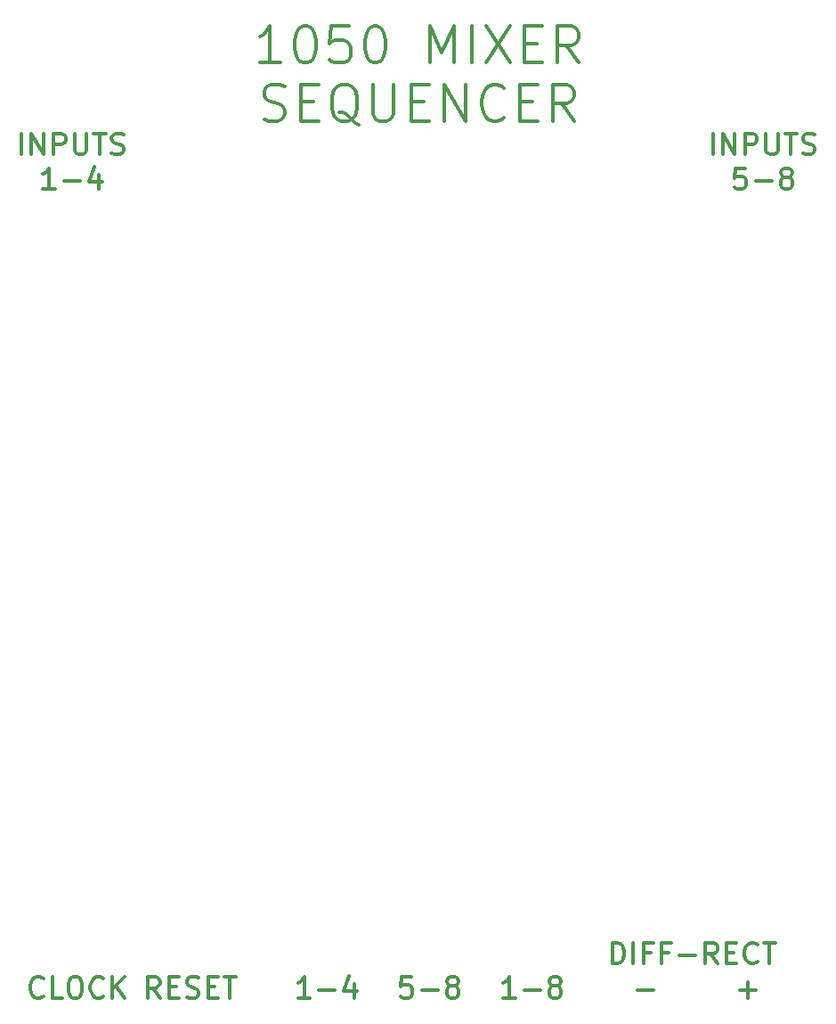
<source format=gbr>
G04 #@! TF.GenerationSoftware,KiCad,Pcbnew,(5.1.5-0)*
G04 #@! TF.CreationDate,2021-01-20T17:05:57-08:00*
G04 #@! TF.ProjectId,1050mixerseq,31303530-6d69-4786-9572-7365712e6b69,rev?*
G04 #@! TF.SameCoordinates,Original*
G04 #@! TF.FileFunction,Legend,Top*
G04 #@! TF.FilePolarity,Positive*
%FSLAX46Y46*%
G04 Gerber Fmt 4.6, Leading zero omitted, Abs format (unit mm)*
G04 Created by KiCad (PCBNEW (5.1.5-0)) date 2021-01-20 17:05:57*
%MOMM*%
%LPD*%
G04 APERTURE LIST*
%ADD10C,0.300000*%
G04 APERTURE END LIST*
D10*
X5261904Y-94714285D02*
X5166666Y-94809523D01*
X4880952Y-94904761D01*
X4690476Y-94904761D01*
X4404761Y-94809523D01*
X4214285Y-94619047D01*
X4119047Y-94428571D01*
X4023809Y-94047619D01*
X4023809Y-93761904D01*
X4119047Y-93380952D01*
X4214285Y-93190476D01*
X4404761Y-93000000D01*
X4690476Y-92904761D01*
X4880952Y-92904761D01*
X5166666Y-93000000D01*
X5261904Y-93095238D01*
X7071428Y-94904761D02*
X6119047Y-94904761D01*
X6119047Y-92904761D01*
X8119047Y-92904761D02*
X8500000Y-92904761D01*
X8690476Y-93000000D01*
X8880952Y-93190476D01*
X8976190Y-93571428D01*
X8976190Y-94238095D01*
X8880952Y-94619047D01*
X8690476Y-94809523D01*
X8500000Y-94904761D01*
X8119047Y-94904761D01*
X7928571Y-94809523D01*
X7738095Y-94619047D01*
X7642857Y-94238095D01*
X7642857Y-93571428D01*
X7738095Y-93190476D01*
X7928571Y-93000000D01*
X8119047Y-92904761D01*
X10976190Y-94714285D02*
X10880952Y-94809523D01*
X10595238Y-94904761D01*
X10404761Y-94904761D01*
X10119047Y-94809523D01*
X9928571Y-94619047D01*
X9833333Y-94428571D01*
X9738095Y-94047619D01*
X9738095Y-93761904D01*
X9833333Y-93380952D01*
X9928571Y-93190476D01*
X10119047Y-93000000D01*
X10404761Y-92904761D01*
X10595238Y-92904761D01*
X10880952Y-93000000D01*
X10976190Y-93095238D01*
X11833333Y-94904761D02*
X11833333Y-92904761D01*
X12976190Y-94904761D02*
X12119047Y-93761904D01*
X12976190Y-92904761D02*
X11833333Y-94047619D01*
X16345238Y-94904761D02*
X15678571Y-93952380D01*
X15202380Y-94904761D02*
X15202380Y-92904761D01*
X15964285Y-92904761D01*
X16154761Y-93000000D01*
X16250000Y-93095238D01*
X16345238Y-93285714D01*
X16345238Y-93571428D01*
X16250000Y-93761904D01*
X16154761Y-93857142D01*
X15964285Y-93952380D01*
X15202380Y-93952380D01*
X17202380Y-93857142D02*
X17869047Y-93857142D01*
X18154761Y-94904761D02*
X17202380Y-94904761D01*
X17202380Y-92904761D01*
X18154761Y-92904761D01*
X18916666Y-94809523D02*
X19202380Y-94904761D01*
X19678571Y-94904761D01*
X19869047Y-94809523D01*
X19964285Y-94714285D01*
X20059523Y-94523809D01*
X20059523Y-94333333D01*
X19964285Y-94142857D01*
X19869047Y-94047619D01*
X19678571Y-93952380D01*
X19297619Y-93857142D01*
X19107142Y-93761904D01*
X19011904Y-93666666D01*
X18916666Y-93476190D01*
X18916666Y-93285714D01*
X19011904Y-93095238D01*
X19107142Y-93000000D01*
X19297619Y-92904761D01*
X19773809Y-92904761D01*
X20059523Y-93000000D01*
X20916666Y-93857142D02*
X21583333Y-93857142D01*
X21869047Y-94904761D02*
X20916666Y-94904761D01*
X20916666Y-92904761D01*
X21869047Y-92904761D01*
X22440476Y-92904761D02*
X23583333Y-92904761D01*
X23011904Y-94904761D02*
X23011904Y-92904761D01*
X30630952Y-94904761D02*
X29488095Y-94904761D01*
X30059523Y-94904761D02*
X30059523Y-92904761D01*
X29869047Y-93190476D01*
X29678571Y-93380952D01*
X29488095Y-93476190D01*
X31488095Y-94142857D02*
X33011904Y-94142857D01*
X34821428Y-93571428D02*
X34821428Y-94904761D01*
X34345238Y-92809523D02*
X33869047Y-94238095D01*
X35107142Y-94238095D01*
X40285714Y-92904761D02*
X39333333Y-92904761D01*
X39238095Y-93857142D01*
X39333333Y-93761904D01*
X39523809Y-93666666D01*
X40000000Y-93666666D01*
X40190476Y-93761904D01*
X40285714Y-93857142D01*
X40380952Y-94047619D01*
X40380952Y-94523809D01*
X40285714Y-94714285D01*
X40190476Y-94809523D01*
X40000000Y-94904761D01*
X39523809Y-94904761D01*
X39333333Y-94809523D01*
X39238095Y-94714285D01*
X41238095Y-94142857D02*
X42761904Y-94142857D01*
X44000000Y-93761904D02*
X43809523Y-93666666D01*
X43714285Y-93571428D01*
X43619047Y-93380952D01*
X43619047Y-93285714D01*
X43714285Y-93095238D01*
X43809523Y-93000000D01*
X44000000Y-92904761D01*
X44380952Y-92904761D01*
X44571428Y-93000000D01*
X44666666Y-93095238D01*
X44761904Y-93285714D01*
X44761904Y-93380952D01*
X44666666Y-93571428D01*
X44571428Y-93666666D01*
X44380952Y-93761904D01*
X44000000Y-93761904D01*
X43809523Y-93857142D01*
X43714285Y-93952380D01*
X43619047Y-94142857D01*
X43619047Y-94523809D01*
X43714285Y-94714285D01*
X43809523Y-94809523D01*
X44000000Y-94904761D01*
X44380952Y-94904761D01*
X44571428Y-94809523D01*
X44666666Y-94714285D01*
X44761904Y-94523809D01*
X44761904Y-94142857D01*
X44666666Y-93952380D01*
X44571428Y-93857142D01*
X44380952Y-93761904D01*
X50130952Y-94904761D02*
X48988095Y-94904761D01*
X49559523Y-94904761D02*
X49559523Y-92904761D01*
X49369047Y-93190476D01*
X49178571Y-93380952D01*
X48988095Y-93476190D01*
X50988095Y-94142857D02*
X52511904Y-94142857D01*
X53750000Y-93761904D02*
X53559523Y-93666666D01*
X53464285Y-93571428D01*
X53369047Y-93380952D01*
X53369047Y-93285714D01*
X53464285Y-93095238D01*
X53559523Y-93000000D01*
X53750000Y-92904761D01*
X54130952Y-92904761D01*
X54321428Y-93000000D01*
X54416666Y-93095238D01*
X54511904Y-93285714D01*
X54511904Y-93380952D01*
X54416666Y-93571428D01*
X54321428Y-93666666D01*
X54130952Y-93761904D01*
X53750000Y-93761904D01*
X53559523Y-93857142D01*
X53464285Y-93952380D01*
X53369047Y-94142857D01*
X53369047Y-94523809D01*
X53464285Y-94714285D01*
X53559523Y-94809523D01*
X53750000Y-94904761D01*
X54130952Y-94904761D01*
X54321428Y-94809523D01*
X54416666Y-94714285D01*
X54511904Y-94523809D01*
X54511904Y-94142857D01*
X54416666Y-93952380D01*
X54321428Y-93857142D01*
X54130952Y-93761904D01*
X71488095Y-94142857D02*
X73011904Y-94142857D01*
X72250000Y-94904761D02*
X72250000Y-93380952D01*
X61738095Y-94142857D02*
X63261904Y-94142857D01*
X59380952Y-91654761D02*
X59380952Y-89654761D01*
X59857142Y-89654761D01*
X60142857Y-89750000D01*
X60333333Y-89940476D01*
X60428571Y-90130952D01*
X60523809Y-90511904D01*
X60523809Y-90797619D01*
X60428571Y-91178571D01*
X60333333Y-91369047D01*
X60142857Y-91559523D01*
X59857142Y-91654761D01*
X59380952Y-91654761D01*
X61380952Y-91654761D02*
X61380952Y-89654761D01*
X63000000Y-90607142D02*
X62333333Y-90607142D01*
X62333333Y-91654761D02*
X62333333Y-89654761D01*
X63285714Y-89654761D01*
X64714285Y-90607142D02*
X64047619Y-90607142D01*
X64047619Y-91654761D02*
X64047619Y-89654761D01*
X65000000Y-89654761D01*
X65761904Y-90892857D02*
X67285714Y-90892857D01*
X69380952Y-91654761D02*
X68714285Y-90702380D01*
X68238095Y-91654761D02*
X68238095Y-89654761D01*
X69000000Y-89654761D01*
X69190476Y-89750000D01*
X69285714Y-89845238D01*
X69380952Y-90035714D01*
X69380952Y-90321428D01*
X69285714Y-90511904D01*
X69190476Y-90607142D01*
X69000000Y-90702380D01*
X68238095Y-90702380D01*
X70238095Y-90607142D02*
X70904761Y-90607142D01*
X71190476Y-91654761D02*
X70238095Y-91654761D01*
X70238095Y-89654761D01*
X71190476Y-89654761D01*
X73190476Y-91464285D02*
X73095238Y-91559523D01*
X72809523Y-91654761D01*
X72619047Y-91654761D01*
X72333333Y-91559523D01*
X72142857Y-91369047D01*
X72047619Y-91178571D01*
X71952380Y-90797619D01*
X71952380Y-90511904D01*
X72047619Y-90130952D01*
X72142857Y-89940476D01*
X72333333Y-89750000D01*
X72619047Y-89654761D01*
X72809523Y-89654761D01*
X73095238Y-89750000D01*
X73190476Y-89845238D01*
X73761904Y-89654761D02*
X74904761Y-89654761D01*
X74333333Y-91654761D02*
X74333333Y-89654761D01*
X68940476Y-14754761D02*
X68940476Y-12754761D01*
X69892857Y-14754761D02*
X69892857Y-12754761D01*
X71035714Y-14754761D01*
X71035714Y-12754761D01*
X71988095Y-14754761D02*
X71988095Y-12754761D01*
X72750000Y-12754761D01*
X72940476Y-12850000D01*
X73035714Y-12945238D01*
X73130952Y-13135714D01*
X73130952Y-13421428D01*
X73035714Y-13611904D01*
X72940476Y-13707142D01*
X72750000Y-13802380D01*
X71988095Y-13802380D01*
X73988095Y-12754761D02*
X73988095Y-14373809D01*
X74083333Y-14564285D01*
X74178571Y-14659523D01*
X74369047Y-14754761D01*
X74750000Y-14754761D01*
X74940476Y-14659523D01*
X75035714Y-14564285D01*
X75130952Y-14373809D01*
X75130952Y-12754761D01*
X75797619Y-12754761D02*
X76940476Y-12754761D01*
X76369047Y-14754761D02*
X76369047Y-12754761D01*
X77511904Y-14659523D02*
X77797619Y-14754761D01*
X78273809Y-14754761D01*
X78464285Y-14659523D01*
X78559523Y-14564285D01*
X78654761Y-14373809D01*
X78654761Y-14183333D01*
X78559523Y-13992857D01*
X78464285Y-13897619D01*
X78273809Y-13802380D01*
X77892857Y-13707142D01*
X77702380Y-13611904D01*
X77607142Y-13516666D01*
X77511904Y-13326190D01*
X77511904Y-13135714D01*
X77607142Y-12945238D01*
X77702380Y-12850000D01*
X77892857Y-12754761D01*
X78369047Y-12754761D01*
X78654761Y-12850000D01*
X72035714Y-16054761D02*
X71083333Y-16054761D01*
X70988095Y-17007142D01*
X71083333Y-16911904D01*
X71273809Y-16816666D01*
X71750000Y-16816666D01*
X71940476Y-16911904D01*
X72035714Y-17007142D01*
X72130952Y-17197619D01*
X72130952Y-17673809D01*
X72035714Y-17864285D01*
X71940476Y-17959523D01*
X71750000Y-18054761D01*
X71273809Y-18054761D01*
X71083333Y-17959523D01*
X70988095Y-17864285D01*
X72988095Y-17292857D02*
X74511904Y-17292857D01*
X75750000Y-16911904D02*
X75559523Y-16816666D01*
X75464285Y-16721428D01*
X75369047Y-16530952D01*
X75369047Y-16435714D01*
X75464285Y-16245238D01*
X75559523Y-16150000D01*
X75750000Y-16054761D01*
X76130952Y-16054761D01*
X76321428Y-16150000D01*
X76416666Y-16245238D01*
X76511904Y-16435714D01*
X76511904Y-16530952D01*
X76416666Y-16721428D01*
X76321428Y-16816666D01*
X76130952Y-16911904D01*
X75750000Y-16911904D01*
X75559523Y-17007142D01*
X75464285Y-17102380D01*
X75369047Y-17292857D01*
X75369047Y-17673809D01*
X75464285Y-17864285D01*
X75559523Y-17959523D01*
X75750000Y-18054761D01*
X76130952Y-18054761D01*
X76321428Y-17959523D01*
X76416666Y-17864285D01*
X76511904Y-17673809D01*
X76511904Y-17292857D01*
X76416666Y-17102380D01*
X76321428Y-17007142D01*
X76130952Y-16911904D01*
X27833333Y-6058333D02*
X25833333Y-6058333D01*
X26833333Y-6058333D02*
X26833333Y-2558333D01*
X26499999Y-3058333D01*
X26166666Y-3391666D01*
X25833333Y-3558333D01*
X29999999Y-2558333D02*
X30333333Y-2558333D01*
X30666666Y-2725000D01*
X30833333Y-2891666D01*
X30999999Y-3225000D01*
X31166666Y-3891666D01*
X31166666Y-4725000D01*
X30999999Y-5391666D01*
X30833333Y-5725000D01*
X30666666Y-5891666D01*
X30333333Y-6058333D01*
X29999999Y-6058333D01*
X29666666Y-5891666D01*
X29499999Y-5725000D01*
X29333333Y-5391666D01*
X29166666Y-4725000D01*
X29166666Y-3891666D01*
X29333333Y-3225000D01*
X29499999Y-2891666D01*
X29666666Y-2725000D01*
X29999999Y-2558333D01*
X34333333Y-2558333D02*
X32666666Y-2558333D01*
X32499999Y-4225000D01*
X32666666Y-4058333D01*
X32999999Y-3891666D01*
X33833333Y-3891666D01*
X34166666Y-4058333D01*
X34333333Y-4225000D01*
X34500000Y-4558333D01*
X34500000Y-5391666D01*
X34333333Y-5725000D01*
X34166666Y-5891666D01*
X33833333Y-6058333D01*
X32999999Y-6058333D01*
X32666666Y-5891666D01*
X32499999Y-5725000D01*
X36666666Y-2558333D02*
X37000000Y-2558333D01*
X37333333Y-2725000D01*
X37500000Y-2891666D01*
X37666666Y-3225000D01*
X37833333Y-3891666D01*
X37833333Y-4725000D01*
X37666666Y-5391666D01*
X37500000Y-5725000D01*
X37333333Y-5891666D01*
X37000000Y-6058333D01*
X36666666Y-6058333D01*
X36333333Y-5891666D01*
X36166666Y-5725000D01*
X36000000Y-5391666D01*
X35833333Y-4725000D01*
X35833333Y-3891666D01*
X36000000Y-3225000D01*
X36166666Y-2891666D01*
X36333333Y-2725000D01*
X36666666Y-2558333D01*
X42000000Y-6058333D02*
X42000000Y-2558333D01*
X43166666Y-5058333D01*
X44333333Y-2558333D01*
X44333333Y-6058333D01*
X46000000Y-6058333D02*
X46000000Y-2558333D01*
X47333333Y-2558333D02*
X49666666Y-6058333D01*
X49666666Y-2558333D02*
X47333333Y-6058333D01*
X51000000Y-4225000D02*
X52166666Y-4225000D01*
X52666666Y-6058333D02*
X51000000Y-6058333D01*
X51000000Y-2558333D01*
X52666666Y-2558333D01*
X56166666Y-6058333D02*
X55000000Y-4391666D01*
X54166666Y-6058333D02*
X54166666Y-2558333D01*
X55500000Y-2558333D01*
X55833333Y-2725000D01*
X56000000Y-2891666D01*
X56166666Y-3225000D01*
X56166666Y-3725000D01*
X56000000Y-4058333D01*
X55833333Y-4225000D01*
X55500000Y-4391666D01*
X54166666Y-4391666D01*
X26250000Y-11441666D02*
X26750000Y-11608333D01*
X27583333Y-11608333D01*
X27916666Y-11441666D01*
X28083333Y-11275000D01*
X28250000Y-10941666D01*
X28250000Y-10608333D01*
X28083333Y-10275000D01*
X27916666Y-10108333D01*
X27583333Y-9941666D01*
X26916666Y-9775000D01*
X26583333Y-9608333D01*
X26416666Y-9441666D01*
X26250000Y-9108333D01*
X26250000Y-8775000D01*
X26416666Y-8441666D01*
X26583333Y-8275000D01*
X26916666Y-8108333D01*
X27750000Y-8108333D01*
X28250000Y-8275000D01*
X29750000Y-9775000D02*
X30916666Y-9775000D01*
X31416666Y-11608333D02*
X29750000Y-11608333D01*
X29750000Y-8108333D01*
X31416666Y-8108333D01*
X35250000Y-11941666D02*
X34916666Y-11775000D01*
X34583333Y-11441666D01*
X34083333Y-10941666D01*
X33750000Y-10775000D01*
X33416666Y-10775000D01*
X33583333Y-11608333D02*
X33250000Y-11441666D01*
X32916666Y-11108333D01*
X32750000Y-10441666D01*
X32750000Y-9275000D01*
X32916666Y-8608333D01*
X33250000Y-8275000D01*
X33583333Y-8108333D01*
X34250000Y-8108333D01*
X34583333Y-8275000D01*
X34916666Y-8608333D01*
X35083333Y-9275000D01*
X35083333Y-10441666D01*
X34916666Y-11108333D01*
X34583333Y-11441666D01*
X34250000Y-11608333D01*
X33583333Y-11608333D01*
X36583333Y-8108333D02*
X36583333Y-10941666D01*
X36750000Y-11275000D01*
X36916666Y-11441666D01*
X37250000Y-11608333D01*
X37916666Y-11608333D01*
X38250000Y-11441666D01*
X38416666Y-11275000D01*
X38583333Y-10941666D01*
X38583333Y-8108333D01*
X40250000Y-9775000D02*
X41416666Y-9775000D01*
X41916666Y-11608333D02*
X40250000Y-11608333D01*
X40250000Y-8108333D01*
X41916666Y-8108333D01*
X43416666Y-11608333D02*
X43416666Y-8108333D01*
X45416666Y-11608333D01*
X45416666Y-8108333D01*
X49083333Y-11275000D02*
X48916666Y-11441666D01*
X48416666Y-11608333D01*
X48083333Y-11608333D01*
X47583333Y-11441666D01*
X47250000Y-11108333D01*
X47083333Y-10775000D01*
X46916666Y-10108333D01*
X46916666Y-9608333D01*
X47083333Y-8941666D01*
X47250000Y-8608333D01*
X47583333Y-8275000D01*
X48083333Y-8108333D01*
X48416666Y-8108333D01*
X48916666Y-8275000D01*
X49083333Y-8441666D01*
X50583333Y-9775000D02*
X51750000Y-9775000D01*
X52250000Y-11608333D02*
X50583333Y-11608333D01*
X50583333Y-8108333D01*
X52250000Y-8108333D01*
X55750000Y-11608333D02*
X54583333Y-9941666D01*
X53750000Y-11608333D02*
X53750000Y-8108333D01*
X55083333Y-8108333D01*
X55416666Y-8275000D01*
X55583333Y-8441666D01*
X55750000Y-8775000D01*
X55750000Y-9275000D01*
X55583333Y-9608333D01*
X55416666Y-9775000D01*
X55083333Y-9941666D01*
X53750000Y-9941666D01*
X3190476Y-14754761D02*
X3190476Y-12754761D01*
X4142857Y-14754761D02*
X4142857Y-12754761D01*
X5285714Y-14754761D01*
X5285714Y-12754761D01*
X6238095Y-14754761D02*
X6238095Y-12754761D01*
X7000000Y-12754761D01*
X7190476Y-12850000D01*
X7285714Y-12945238D01*
X7380952Y-13135714D01*
X7380952Y-13421428D01*
X7285714Y-13611904D01*
X7190476Y-13707142D01*
X7000000Y-13802380D01*
X6238095Y-13802380D01*
X8238095Y-12754761D02*
X8238095Y-14373809D01*
X8333333Y-14564285D01*
X8428571Y-14659523D01*
X8619047Y-14754761D01*
X9000000Y-14754761D01*
X9190476Y-14659523D01*
X9285714Y-14564285D01*
X9380952Y-14373809D01*
X9380952Y-12754761D01*
X10047619Y-12754761D02*
X11190476Y-12754761D01*
X10619047Y-14754761D02*
X10619047Y-12754761D01*
X11761904Y-14659523D02*
X12047619Y-14754761D01*
X12523809Y-14754761D01*
X12714285Y-14659523D01*
X12809523Y-14564285D01*
X12904761Y-14373809D01*
X12904761Y-14183333D01*
X12809523Y-13992857D01*
X12714285Y-13897619D01*
X12523809Y-13802380D01*
X12142857Y-13707142D01*
X11952380Y-13611904D01*
X11857142Y-13516666D01*
X11761904Y-13326190D01*
X11761904Y-13135714D01*
X11857142Y-12945238D01*
X11952380Y-12850000D01*
X12142857Y-12754761D01*
X12619047Y-12754761D01*
X12904761Y-12850000D01*
X6380952Y-18054761D02*
X5238095Y-18054761D01*
X5809523Y-18054761D02*
X5809523Y-16054761D01*
X5619047Y-16340476D01*
X5428571Y-16530952D01*
X5238095Y-16626190D01*
X7238095Y-17292857D02*
X8761904Y-17292857D01*
X10571428Y-16721428D02*
X10571428Y-18054761D01*
X10095238Y-15959523D02*
X9619047Y-17388095D01*
X10857142Y-17388095D01*
M02*

</source>
